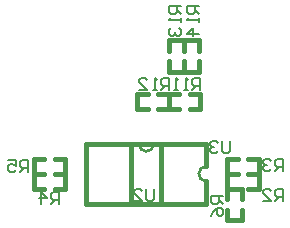
<source format=gbo>
*%FSLAX55Y55*%
*%MOMM*%
G01*
%ADD11C,0.02540*%
%ADD12C,0.15240*%
%ADD13C,0.17780*%
%ADD14C,0.18627*%
%ADD15C,0.25400*%
%ADD16C,0.38100*%
%ADD17C,1.01600*%
%ADD18C,1.21920*%
%ADD19C,1.39700*%
%ADD20C,1.52400*%
%ADD21C,1.60020*%
%ADD22C,1.72720*%
%ADD23C,1.77800*%
%ADD24C,2.03200*%
%ADD25O,2.54000X0.60960*%
%ADD26O,2.54000X0.63500*%
%ADD27O,2.74320X0.81280*%
%ADD28O,2.74320X0.83820*%
%ADD29R,0.25400X0.25400*%
%ADD30R,0.25400X0.25400*%
%ADD31R,0.27652X0.27652*%
%ADD32R,0.38100X0.38100*%
%ADD33R,0.38100X0.38100*%
%ADD34R,0.50800X0.50800*%
%ADD35R,0.50800X0.50800*%
%ADD36R,0.63500X0.63500*%
%ADD37R,0.76200X0.76200*%
%ADD38R,0.76200X0.76200*%
%ADD39R,0.76200X0.76200*%
%ADD40R,0.88900X0.88900*%
%ADD41R,0.88900X0.88900*%
%ADD42R,0.93723X0.93723*%
%ADD43R,0.96520X0.96520*%
%ADD44R,0.98497X0.98497*%
%ADD45R,1.01600X1.01600*%
%ADD46R,1.01600X1.01600*%
%ADD47R,1.01600X1.01600*%
%ADD48R,1.14300X1.14300*%
%ADD49R,1.27000X1.27000*%
%ADD50R,1.27000X1.27000*%
%ADD51R,1.27000X1.52400*%
%ADD52R,1.27000X1.27000*%
%ADD53R,1.39700X1.39700*%
%ADD54R,1.39700X1.39700*%
%ADD55R,1.39700X1.39700*%
%ADD56R,1.39700X1.39700*%
%ADD57R,1.47320X1.72720*%
%ADD58R,1.52400X1.52400*%
%ADD59R,1.60020X1.60020*%
%ADD60R,1.65100X1.65100*%
%ADD61R,1.65100X1.65100*%
%ADD62R,2.03200X2.03200*%
%ADD63R,2.54000X2.54000*%
D12*
X25577833Y21742400D02*
X25679400D01*
X25577833D02*
Y21691617D01*
X25594761Y21674689D01*
X25628617D01*
X25645544Y21691617D01*
Y21742400D01*
Y21708544D02*
X25679400Y21674689D01*
Y21640833D02*
Y21606977D01*
Y21623905D01*
X25577833D01*
X25577858D01*
X25577833D02*
X25594761Y21640833D01*
Y21556193D02*
X25577833Y21539266D01*
Y21505410D01*
X25594761Y21488482D01*
X25611689D01*
X25611714D01*
X25611689D02*
X25611714D01*
X25611689D02*
X25611714D01*
X25611689D02*
X25628617Y21505410D01*
Y21522338D01*
Y21505410D01*
X25645544Y21488482D01*
X25662472D01*
X25679400Y21505410D01*
Y21539266D01*
X25662472Y21556193D01*
X25450800Y20192967D02*
Y20108328D01*
X25433872Y20091400D01*
X25400017D01*
X25383089Y20108328D01*
Y20192967D01*
X25349233Y20091400D02*
X25281521D01*
X25349233D02*
X25281521Y20159111D01*
Y20176039D01*
X25298449Y20192967D01*
X25332305D01*
X25349233Y20176039D01*
X26098500Y20514728D02*
Y20599367D01*
Y20514728D02*
X26081572Y20497800D01*
X26047717D01*
X26030789Y20514728D01*
Y20599367D01*
X25996933Y20582439D02*
X25980005Y20599367D01*
X25946149D01*
X25929221Y20582439D01*
Y20565511D01*
X25929247D01*
X25929221D02*
X25929247D01*
X25929221D02*
X25929247D01*
X25929221D02*
X25946149Y20548583D01*
X25963077D01*
X25946149D01*
X25929221Y20531656D01*
Y20514728D01*
X25946149Y20497800D01*
X25980005D01*
X25996933Y20514728D01*
X26543000Y20192967D02*
Y20091400D01*
Y20192967D02*
X26492217D01*
X26475289Y20176039D01*
Y20142183D01*
X26492217Y20125256D01*
X26543000D01*
X26509144D02*
X26475289Y20091400D01*
X26441433D02*
X26373721D01*
X26441433D02*
X26373721Y20159111D01*
Y20176039D01*
X26390649Y20192967D01*
X26424505D01*
X26441433Y20176039D01*
X26543000Y20345400D02*
Y20446967D01*
X26492217D01*
X26475289Y20430039D01*
Y20396183D01*
X26492217Y20379256D01*
X26543000D01*
X26509144D02*
X26475289Y20345400D01*
X26441433Y20430039D02*
X26424505Y20446967D01*
X26390649D01*
X26373721Y20430039D01*
Y20413111D01*
X26373747D01*
X26373721D02*
X26373747D01*
X26373721D02*
X26373747D01*
X26373721D02*
X26390649Y20396183D01*
X26407577D01*
X26390649D01*
X26373721Y20379256D01*
Y20362328D01*
X26390649Y20345400D01*
X26424505D01*
X26441433Y20362328D01*
X24650700Y20167567D02*
Y20066000D01*
Y20167567D02*
X24599917D01*
X24582989Y20150639D01*
Y20116783D01*
X24599917Y20099856D01*
X24650700D01*
X24616844D02*
X24582989Y20066000D01*
X24498349D02*
Y20167567D01*
X24549133Y20116783D01*
X24481421D01*
X24384000Y20332700D02*
Y20434267D01*
X24333217D01*
X24316289Y20417339D01*
Y20383483D01*
X24333217Y20366556D01*
X24384000D01*
X24350144D02*
X24316289Y20332700D01*
X24282433Y20434267D02*
X24214721D01*
X24282433D02*
Y20383483D01*
X24248577Y20400411D01*
X24231649D01*
X24214721Y20383483D01*
Y20349628D01*
X24231649Y20332700D01*
X24265505D01*
X24282433Y20349628D01*
X25933433Y20129500D02*
X26035000D01*
X25933433D02*
Y20078717D01*
X25950361Y20061789D01*
X25984217D01*
X26001144Y20078717D01*
Y20129500D01*
Y20095644D02*
X26035000Y20061789D01*
X25950361Y19994077D02*
X25933433Y19960221D01*
X25950361Y19994077D02*
X25984217Y20027933D01*
X26018072D01*
X26035000Y20011005D01*
Y19977149D01*
X26018072Y19960221D01*
X26001144D01*
X25984217Y19977149D01*
Y20027933D01*
X25844500Y21031200D02*
Y21132767D01*
X25793717D01*
X25776789Y21115839D01*
Y21081983D01*
X25793717Y21065056D01*
X25844500D01*
X25810644D02*
X25776789Y21031200D01*
X25742933D02*
X25709077D01*
X25726005D01*
Y21132767D01*
X25726030D01*
X25726005D02*
X25742933Y21115839D01*
X25658293Y21031200D02*
X25624438D01*
X25641366D01*
Y21132767D01*
X25641391D01*
X25641366D02*
X25658293Y21115839D01*
X25577800Y21132767D02*
Y21031200D01*
Y21132767D02*
X25527017D01*
X25510089Y21115839D01*
Y21081983D01*
X25527017Y21065056D01*
X25577800D01*
X25543944D02*
X25510089Y21031200D01*
X25476233D02*
X25442377D01*
X25459305D01*
Y21132767D01*
X25459330D01*
X25459305D02*
X25476233Y21115839D01*
X25391593Y21031200D02*
X25323882D01*
X25391593D02*
X25323882Y21098911D01*
Y21115839D01*
X25340810Y21132767D01*
X25374666D01*
X25391593Y21115839D01*
X25730233Y21742400D02*
X25831800D01*
X25730233D02*
Y21691617D01*
X25747161Y21674689D01*
X25781017D01*
X25797944Y21691617D01*
Y21742400D01*
Y21708544D02*
X25831800Y21674689D01*
Y21640833D02*
Y21606977D01*
Y21623905D01*
X25730233D01*
X25730258D01*
X25730233D02*
X25747161Y21640833D01*
X25730233Y21505410D02*
X25831800D01*
X25781017Y21556193D02*
X25730233Y21505410D01*
X25781017Y21488482D02*
Y21556193D01*
D15*
X25450800Y20574000D02*
G75*
G02*X25323800Y20574000I-63500D01*
G74*
X25895300Y20383500D02*
G75*
G03*X25895300Y20256500J-63500D01*
D16*
G74*
X26250900Y20193000D02*
X26339800D01*
Y20320000D01*
X26250900D01*
X26162000D02*
X26073100D01*
Y20193000D01*
X26162000D01*
X26250900Y20320000D02*
X26339800D01*
Y20447000D01*
X26250900D01*
X26162000D02*
X26073100D01*
Y20320000D01*
X26162000D01*
X24701500Y20193000D02*
X24612600D01*
X24701500D02*
Y20320000D01*
X24612600D01*
X24523700D02*
X24434800D01*
Y20193000D01*
X24523700D01*
X26073100Y20015200D02*
Y19926300D01*
X26200100D01*
Y20015200D01*
Y20104100D02*
Y20193000D01*
X26073100D01*
Y20104100D01*
X25844500Y20866100D02*
X25755600D01*
X25844500D02*
Y20993100D01*
X25755600D01*
X25666700D02*
X25577800D01*
Y20866100D01*
X25666700D01*
X25704800Y21361400D02*
Y21450300D01*
X25577800D01*
Y21361400D01*
Y21272500D02*
Y21183600D01*
X25704800D01*
Y21272500D01*
X24523700Y20320000D02*
X24434800D01*
Y20447000D01*
X24523700D01*
X24612600D02*
X24701500D01*
Y20320000D01*
X24612600D01*
X25450800Y20574000D02*
X25514300D01*
X25323800D02*
X25260300D01*
Y20066000D01*
X25514300D01*
Y20574000D01*
X25895300Y20066000D02*
X24879300D01*
Y20574000D01*
X25895300D01*
Y20383500D01*
Y20256500D02*
Y20066000D01*
X25577800Y20993100D02*
X25488900D01*
X25577800D02*
Y20866100D01*
X25488900D01*
X25400000D02*
X25311100D01*
Y20993100D01*
X25400000D01*
X25704800Y21361400D02*
Y21450300D01*
X25831800D01*
Y21361400D01*
Y21272500D02*
Y21183600D01*
X25704800D01*
Y21272500D01*
D02*
M02*

</source>
